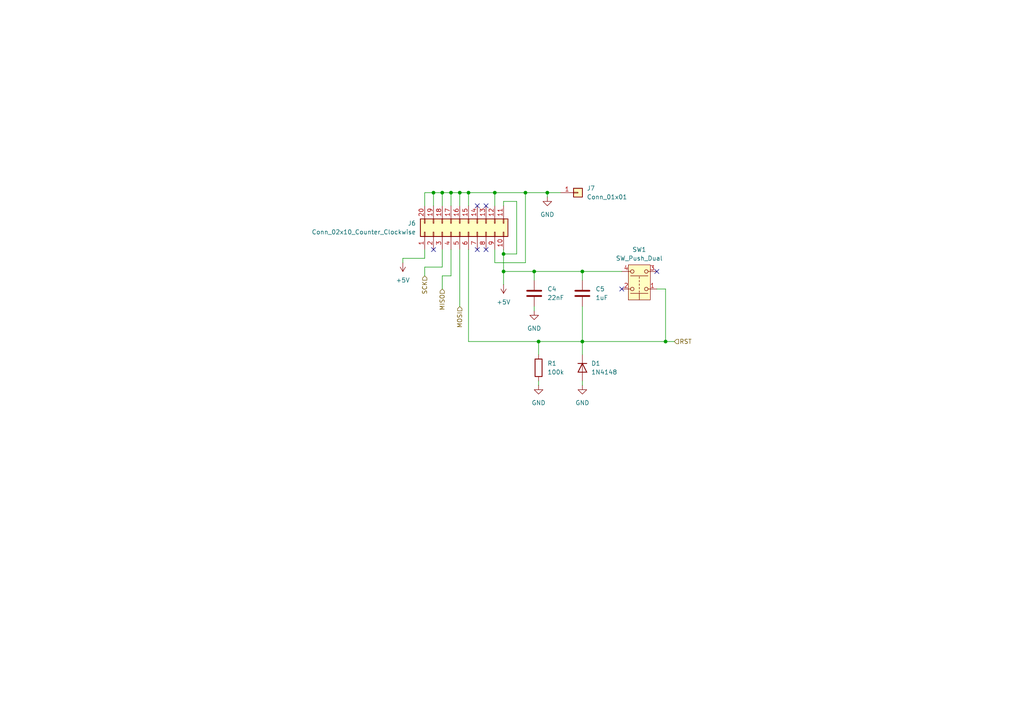
<source format=kicad_sch>
(kicad_sch (version 20250114) (generator "eeschema") (generator_version "9.0")
  (paper "A4")
  (lib_symbols
    (symbol "Connector_Generic:Conn_01x01" (pin_names (offset 1.016) (hide yes))
      (property "Reference" "J" (at 0 2.54 0))
      (property "Value" "Conn_01x01" (at 0 -2.54 0))
      (symbol "Conn_01x01_1_1"
        (rectangle (start -1.27 1.27) (end 1.27 -1.27) (stroke (width 0.254)) (fill (type background)))
        (rectangle (start -1.27 0.127) (end 0 -0.127) (stroke (width 0.1524)))
        (pin passive line (at -5.08 0 0) (length 3.81) (name "Pin_1") (number "1"))
      )
    )
    (symbol "Connector_Generic:Conn_02x10_Counter_Clockwise" (pin_names (offset 1.016) (hide yes))
      (property "Reference" "J" (at 1.27 12.7 0))
      (property "Value" "Conn_02x10_Counter_Clockwise" (at 1.27 -15.24 0))
      (symbol "Conn_02x10_Counter_Clockwise_1_1"
        (rectangle (start -1.27 11.43) (end 3.81 -13.97) (stroke (width 0.254)) (fill (type background)))
        (rectangle (start -1.27 10.287) (end 0 10.033) (stroke (width 0.1524)))
        (rectangle (start -1.27 7.747) (end 0 7.493) (stroke (width 0.1524)))
        (rectangle (start -1.27 5.207) (end 0 4.953) (stroke (width 0.1524)))
        (rectangle (start -1.27 2.667) (end 0 2.413) (stroke (width 0.1524)))
        (rectangle (start -1.27 0.127) (end 0 -0.127) (stroke (width 0.1524)))
        (rectangle (start -1.27 -2.413) (end 0 -2.667) (stroke (width 0.1524)))
        (rectangle (start -1.27 -4.953) (end 0 -5.207) (stroke (width 0.1524)))
        (rectangle (start -1.27 -7.493) (end 0 -7.747) (stroke (width 0.1524)))
        (rectangle (start -1.27 -10.033) (end 0 -10.287) (stroke (width 0.1524)))
        (rectangle (start -1.27 -12.573) (end 0 -12.827) (stroke (width 0.1524)))
        (rectangle (start 3.81 10.287) (end 2.54 10.033) (stroke (width 0.1524)))
        (rectangle (start 3.81 7.747) (end 2.54 7.493) (stroke (width 0.1524)))
        (rectangle (start 3.81 5.207) (end 2.54 4.953) (stroke (width 0.1524)))
        (rectangle (start 3.81 2.667) (end 2.54 2.413) (stroke (width 0.1524)))
        (rectangle (start 3.81 0.127) (end 2.54 -0.127) (stroke (width 0.1524)))
        (rectangle (start 3.81 -2.413) (end 2.54 -2.667) (stroke (width 0.1524)))
        (rectangle (start 3.81 -4.953) (end 2.54 -5.207) (stroke (width 0.1524)))
        (rectangle (start 3.81 -7.493) (end 2.54 -7.747) (stroke (width 0.1524)))
        (rectangle (start 3.81 -10.033) (end 2.54 -10.287) (stroke (width 0.1524)))
        (rectangle (start 3.81 -12.573) (end 2.54 -12.827) (stroke (width 0.1524)))
        (pin passive line (at -5.08 10.16 0) (length 3.81) (name "Pin_1") (number "1"))
        (pin passive line (at -5.08 7.62 0) (length 3.81) (name "Pin_2") (number "2"))
        (pin passive line (at -5.08 5.08 0) (length 3.81) (name "Pin_3") (number "3"))
        (pin passive line (at -5.08 2.54 0) (length 3.81) (name "Pin_4") (number "4"))
        (pin passive line (at -5.08 0 0) (length 3.81) (name "Pin_5") (number "5"))
        (pin passive line (at -5.08 -2.54 0) (length 3.81) (name "Pin_6") (number "6"))
        (pin passive line (at -5.08 -5.08 0) (length 3.81) (name "Pin_7") (number "7"))
        (pin passive line (at -5.08 -7.62 0) (length 3.81) (name "Pin_8") (number "8"))
        (pin passive line (at -5.08 -10.16 0) (length 3.81) (name "Pin_9") (number "9"))
        (pin passive line (at -5.08 -12.7 0) (length 3.81) (name "Pin_10") (number "10"))
        (pin passive line (at 7.62 10.16 180) (length 3.81) (name "Pin_20") (number "20"))
        (pin passive line (at 7.62 7.62 180) (length 3.81) (name "Pin_19") (number "19"))
        (pin passive line (at 7.62 5.08 180) (length 3.81) (name "Pin_18") (number "18"))
        (pin passive line (at 7.62 2.54 180) (length 3.81) (name "Pin_17") (number "17"))
        (pin passive line (at 7.62 0 180) (length 3.81) (name "Pin_16") (number "16"))
        (pin passive line (at 7.62 -2.54 180) (length 3.81) (name "Pin_15") (number "15"))
        (pin passive line (at 7.62 -5.08 180) (length 3.81) (name "Pin_14") (number "14"))
        (pin passive line (at 7.62 -7.62 180) (length 3.81) (name "Pin_13") (number "13"))
        (pin passive line (at 7.62 -10.16 180) (length 3.81) (name "Pin_12") (number "12"))
        (pin passive line (at 7.62 -12.7 180) (length 3.81) (name "Pin_11") (number "11"))
      )
    )
    (symbol "Device:C" (pin_numbers (hide yes)) (pin_names (offset 0.254))
      (property "Reference" "C" (at 0.635 2.54 0))
      (property "Value" "C" (at 0.635 -2.54 0))
      (symbol "C_0_1"
        (polyline (pts (xy -2.032 0.762) (xy 2.032 0.762)) (stroke (width 0.508)))
        (polyline (pts (xy -2.032 -0.762) (xy 2.032 -0.762)) (stroke (width 0.508)))
      )
      (symbol "C_1_1"
        (pin passive line (at 0 3.81 270) (length 2.794) (name "~") (number "1"))
        (pin passive line (at 0 -3.81 90) (length 2.794) (name "~") (number "2"))
      )
    )
    (symbol "Device:R" (pin_numbers (hide yes)) (pin_names (offset 0))
      (property "Reference" "R" (at 2.032 0 90))
      (property "Value" "R" (at 0 0 90))
      (symbol "R_0_1"
        (rectangle (start -1.016 -2.54) (end 1.016 2.54) (stroke (width 0.254)))
      )
      (symbol "R_1_1"
        (pin passive line (at 0 3.81 270) (length 1.27) (name "~") (number "1"))
        (pin passive line (at 0 -3.81 90) (length 1.27) (name "~") (number "2"))
      )
    )
    (symbol "Diode:1N4148" (pin_numbers (hide yes)) (pin_names (hide yes))
      (property "Reference" "D" (at 0 2.54 0))
      (property "Value" "1N4148" (at 0 -2.54 0))
      (symbol "1N4148_0_1"
        (polyline (pts (xy -1.27 1.27) (xy -1.27 -1.27)) (stroke (width 0.254)))
        (polyline (pts (xy 1.27 1.27) (xy 1.27 -1.27) (xy -1.27 0) (xy 1.27 1.27)) (stroke (width 0.254)))
        (polyline (pts (xy 1.27 0) (xy -1.27 0)))
      )
      (symbol "1N4148_1_1"
        (pin passive line (at -3.81 0 0) (length 2.54) (name "K") (number "1"))
        (pin passive line (at 3.81 0 180) (length 2.54) (name "A") (number "2"))
      )
    )
    (symbol "Switch:SW_Push_Dual" (pin_names (offset 1.016) (hide yes))
      (property "Reference" "SW" (at 0 7.62 0))
      (property "Value" "SW_Push_Dual" (at 0 -6.35 0))
      (symbol "SW_Push_Dual_0_1"
        (circle (center -2.032 2.54) (radius 0.508))
        (circle (center -2.032 -2.54) (radius 0.508))
        (polyline (pts (xy 0 3.81) (xy 0 5.588)))
        (polyline (pts (xy 0 3.048) (xy 0 3.556)))
        (polyline (pts (xy 0 2.032) (xy 0 2.54)))
        (polyline (pts (xy 0 1.016) (xy 0 1.524)))
        (polyline (pts (xy 0 0.508) (xy 0 0)))
        (polyline (pts (xy 0 -0.508) (xy 0 -1.016)))
        (circle (center 2.032 2.54) (radius 0.508))
        (circle (center 2.032 -2.54) (radius 0.508))
        (polyline (pts (xy 2.54 3.81) (xy -2.54 3.81)))
        (polyline (pts (xy 2.54 -1.27) (xy -2.54 -1.27)))
        (pin passive line (at -5.08 2.54 0) (length 2.54) (name "1") (number "1"))
        (pin passive line (at -5.08 -2.54 0) (length 2.54) (name "3") (number "3"))
        (pin passive line (at 5.08 2.54 180) (length 2.54) (name "2") (number "2"))
        (pin passive line (at 5.08 -2.54 180) (length 2.54) (name "4") (number "4"))
      )
      (symbol "SW_Push_Dual_1_1"
        (rectangle (start -3.175 5.715) (end 3.175 -4.445) (fill (type background)))
      )
    )
    (symbol "power:+5V" (power) (pin_numbers (hide yes)) (pin_names (offset 0) (hide yes))
      (property "Value" "+5V" (at 0 3.556 0))
      (symbol "+5V_0_1"
        (polyline (pts (xy -0.762 1.27) (xy 0 2.54)))
        (polyline (pts (xy 0 2.54) (xy 0.762 1.27)))
        (polyline (pts (xy 0 0) (xy 0 2.54)))
      )
      (symbol "+5V_1_1"
        (pin power_in line (at 0 0 90) (length 0) (name "~") (number "1"))
      )
    )
    (symbol "power:GND" (power) (pin_numbers (hide yes)) (pin_names (offset 0) (hide yes))
      (property "Value" "GND" (at 0 -3.81 0))
      (symbol "GND_0_1"
        (polyline (pts (xy 0 0) (xy 0 -1.27) (xy 1.27 -1.27) (xy 0 -2.54) (xy -1.27 -1.27) (xy 0 -1.27)))
      )
      (symbol "GND_1_1"
        (pin power_in line (at 0 0 270) (length 0) (name "~") (number "1"))
      )
    )
  )
  (junction (at 143.51 55.88))
  (junction (at 156.21 99.06))
  (junction (at 130.81 55.88))
  (junction (at 125.73 55.88))
  (junction (at 146.05 78.74))
  (junction (at 168.91 99.06))
  (junction (at 158.75 55.88))
  (junction (at 133.35 55.88))
  (junction (at 152.4 55.88))
  (junction (at 146.05 73.66))
  (junction (at 193.04 99.06))
  (junction (at 154.94 78.74))
  (junction (at 168.91 78.74))
  (junction (at 128.27 55.88))
  (junction (at 135.89 55.88))
  (no_connect (at 138.43 72.39))
  (no_connect (at 140.97 59.69))
  (no_connect (at 140.97 72.39))
  (no_connect (at 190.5 78.74))
  (no_connect (at 125.73 72.39))
  (no_connect (at 180.34 83.82))
  (no_connect (at 138.43 59.69))
  (wire (pts (xy 143.51 72.39) (xy 143.51 76.2)))
  (wire (pts (xy 152.4 76.2) (xy 152.4 55.88)))
  (wire (pts (xy 130.81 80.01) (xy 128.27 80.01)))
  (wire (pts (xy 125.73 55.88) (xy 128.27 55.88)))
  (wire (pts (xy 133.35 72.39) (xy 133.35 88.9)))
  (wire (pts (xy 152.4 55.88) (xy 143.51 55.88)))
  (wire (pts (xy 123.19 59.69) (xy 123.19 55.88)))
  (wire (pts (xy 146.05 78.74) (xy 154.94 78.74)))
  (wire (pts (xy 154.94 81.28) (xy 154.94 78.74)))
  (wire (pts (xy 168.91 78.74) (xy 180.34 78.74)))
  (wire (pts (xy 146.05 72.39) (xy 146.05 73.66)))
  (wire (pts (xy 193.04 99.06) (xy 168.91 99.06)))
  (wire (pts (xy 123.19 72.39) (xy 123.19 74.93)))
  (wire (pts (xy 130.81 72.39) (xy 130.81 80.01)))
  (wire (pts (xy 130.81 55.88) (xy 133.35 55.88)))
  (wire (pts (xy 195.58 99.06) (xy 193.04 99.06)))
  (wire (pts (xy 128.27 72.39) (xy 128.27 77.47)))
  (wire (pts (xy 156.21 99.06) (xy 168.91 99.06)))
  (wire (pts (xy 128.27 59.69) (xy 128.27 55.88)))
  (wire (pts (xy 156.21 102.87) (xy 156.21 99.06)))
  (wire (pts (xy 143.51 55.88) (xy 143.51 59.69)))
  (wire (pts (xy 146.05 73.66) (xy 146.05 78.74)))
  (wire (pts (xy 130.81 59.69) (xy 130.81 55.88)))
  (wire (pts (xy 143.51 76.2) (xy 152.4 76.2)))
  (wire (pts (xy 146.05 78.74) (xy 146.05 82.55)))
  (wire (pts (xy 149.86 73.66) (xy 146.05 73.66)))
  (wire (pts (xy 128.27 80.01) (xy 128.27 83.82)))
  (wire (pts (xy 168.91 81.28) (xy 168.91 78.74)))
  (wire (pts (xy 135.89 59.69) (xy 135.89 55.88)))
  (wire (pts (xy 193.04 83.82) (xy 193.04 99.06)))
  (wire (pts (xy 123.19 74.93) (xy 116.84 74.93)))
  (wire (pts (xy 128.27 77.47) (xy 123.19 77.47)))
  (wire (pts (xy 158.75 55.88) (xy 158.75 57.15)))
  (wire (pts (xy 149.86 58.42) (xy 149.86 73.66)))
  (wire (pts (xy 168.91 99.06) (xy 168.91 102.87)))
  (wire (pts (xy 190.5 83.82) (xy 193.04 83.82)))
  (wire (pts (xy 125.73 59.69) (xy 125.73 55.88)))
  (wire (pts (xy 168.91 78.74) (xy 154.94 78.74)))
  (wire (pts (xy 168.91 110.49) (xy 168.91 111.76)))
  (wire (pts (xy 158.75 55.88) (xy 152.4 55.88)))
  (wire (pts (xy 146.05 58.42) (xy 149.86 58.42)))
  (wire (pts (xy 128.27 55.88) (xy 130.81 55.88)))
  (wire (pts (xy 156.21 110.49) (xy 156.21 111.76)))
  (wire (pts (xy 123.19 77.47) (xy 123.19 80.01)))
  (wire (pts (xy 146.05 59.69) (xy 146.05 58.42)))
  (wire (pts (xy 133.35 55.88) (xy 133.35 59.69)))
  (wire (pts (xy 133.35 55.88) (xy 135.89 55.88)))
  (wire (pts (xy 154.94 88.9) (xy 154.94 90.17)))
  (wire (pts (xy 135.89 55.88) (xy 143.51 55.88)))
  (wire (pts (xy 135.89 72.39) (xy 135.89 99.06)))
  (wire (pts (xy 168.91 88.9) (xy 168.91 99.06)))
  (wire (pts (xy 135.89 99.06) (xy 156.21 99.06)))
  (wire (pts (xy 158.75 55.88) (xy 162.56 55.88)))
  (wire (pts (xy 116.84 74.93) (xy 116.84 76.2)))
  (wire (pts (xy 123.19 55.88) (xy 125.73 55.88)))
  (hierarchical_label "MOSI" (shape input) (at 133.35 88.9 270))
  (hierarchical_label "RST" (shape input) (at 195.58 99.06 0))
  (hierarchical_label "MISO" (shape input) (at 128.27 83.82 270))
  (hierarchical_label "SCK" (shape input) (at 123.19 80.01 270))
  (symbol (lib_id "power:GND") (at 168.91 111.76 0) (unit 1)
    (property "Reference" "#PWR06" (effects (hide yes)))
    (property "Value" "GND" (at 168.91 116.84 0))
    (property "Description" "Power symbol creates a global label with name \"GND\" , ground" (effects (hide yes)))
  )
  (symbol (lib_id "Device:C") (at 168.91 85.09 0) (unit 1)
    (property "Reference" "C5" (at 172.72 83.8199 0) (effects (justify left)))
    (property "Value" "1uF" (at 172.72 86.3599 0) (effects (justify left)))
    (property "Description" "Unpolarized capacitor" (effects (hide yes)))
  )
  (symbol (lib_id "power:+5V") (at 116.84 76.2 180) (unit 1)
    (property "Reference" "#PWR09" (effects (hide yes)))
    (property "Value" "+5V" (at 116.84 81.28 0))
    (property "Description" "Power symbol creates a global label with name \"+5V\"" (effects (hide yes)))
  )
  (symbol (lib_id "Diode:1N4148") (at 168.91 106.68 270) (unit 1)
    (property "Reference" "D1" (at 171.45 105.4099 90) (effects (justify left)))
    (property "Value" "1N4148" (at 171.45 107.9499 90) (effects (justify left)))
    (property "Footprint" "Diode_THT:D_DO-35_SOD27_P7.62mm_Horizontal" (effects (hide yes)))
    (property "Datasheet" "https://assets.nexperia.com/documents/data-sheet/1N4148_1N4448.pdf" (effects (hide yes)))
    (property "Description" "100V 0.15A standard switching diode, DO-35" (effects (hide yes)))
    (property "Sim.Device" "D" (effects (hide yes)))
    (property "Sim.Pins" "1=K 2=A" (effects (hide yes)))
  )
  (symbol (lib_id "Device:C") (at 154.94 85.09 0) (unit 1)
    (property "Reference" "C4" (at 158.75 83.8199 0) (effects (justify left)))
    (property "Value" "22nF" (at 158.75 86.3599 0) (effects (justify left)))
    (property "Description" "Unpolarized capacitor" (effects (hide yes)))
  )
  (symbol (lib_id "power:+5V") (at 146.05 82.55 180) (unit 1)
    (property "Reference" "#PWR010" (effects (hide yes)))
    (property "Value" "+5V" (at 146.05 87.63 0))
    (property "Description" "Power symbol creates a global label with name \"+5V\"" (effects (hide yes)))
  )
  (symbol (lib_id "power:GND") (at 154.94 90.17 0) (unit 1)
    (property "Reference" "#PWR07" (effects (hide yes)))
    (property "Value" "GND" (at 154.94 95.25 0))
    (property "Description" "Power symbol creates a global label with name \"GND\" , ground" (effects (hide yes)))
  )
  (symbol (lib_id "Device:R") (at 156.21 106.68 0) (unit 1)
    (property "Reference" "R1" (at 158.75 105.4099 0) (effects (justify left)))
    (property "Value" "100k" (at 158.75 107.9499 0) (effects (justify left)))
    (property "Description" "Resistor" (effects (hide yes)))
  )
  (symbol (lib_id "Connector_Generic:Conn_02x10_Counter_Clockwise") (at 133.35 67.31 90) (unit 1)
    (property "Reference" "J6" (at 120.65 64.7699 90) (effects (justify left)))
    (property "Value" "Conn_02x10_Counter_Clockwise" (at 120.65 67.3099 90) (effects (justify left)))
    (property "Description" "Generic connector, double row, 02x10, counter clockwise pin numbering scheme (similar to DIP package numbering), script generated (kicad-library-utils/schlib/autogen/connector/)" (effects (hide yes)))
  )
  (symbol (lib_id "power:GND") (at 158.75 57.15 0) (unit 1)
    (property "Reference" "#PWR05" (effects (hide yes)))
    (property "Value" "GND" (at 158.75 62.23 0))
    (property "Description" "Power symbol creates a global label with name \"GND\" , ground" (effects (hide yes)))
  )
  (symbol (lib_id "Switch:SW_Push_Dual") (at 185.42 81.28 180) (unit 1)
    (property "Reference" "SW1" (at 185.42 72.39 0))
    (property "Value" "SW_Push_Dual" (at 185.42 74.93 0))
    (property "Description" "Push button switch, generic, symbol, four pins" (effects (hide yes)))
  )
  (symbol (lib_id "Connector_Generic:Conn_01x01") (at 167.64 55.88 0) (unit 1)
    (property "Reference" "J7" (at 170.18 54.6099 0) (effects (justify left)))
    (property "Value" "Conn_01x01" (at 170.18 57.1499 0) (effects (justify left)))
    (property "Description" "Generic connector, single row, 01x01, script generated (kicad-library-utils/schlib/autogen/connector/)" (effects (hide yes)))
  )
  (symbol (lib_id "power:GND") (at 156.21 111.76 0) (unit 1)
    (property "Reference" "#PWR08" (effects (hide yes)))
    (property "Value" "GND" (at 156.21 116.84 0))
    (property "Description" "Power symbol creates a global label with name \"GND\" , ground" (effects (hide yes)))
  )
)
</source>
